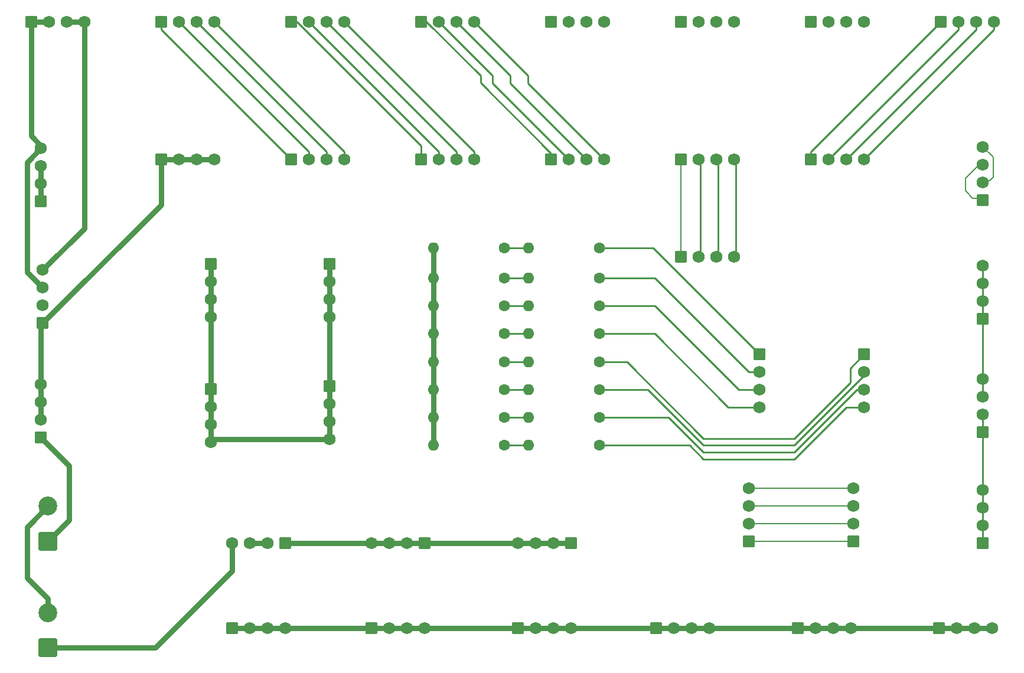
<source format=gtl>
G04 #@! TF.GenerationSoftware,KiCad,Pcbnew,9.0.0*
G04 #@! TF.CreationDate,2025-03-17T11:10:42+01:00*
G04 #@! TF.ProjectId,FBG_PCB,4642475f-5043-4422-9e6b-696361645f70,rev?*
G04 #@! TF.SameCoordinates,Original*
G04 #@! TF.FileFunction,Copper,L1,Top*
G04 #@! TF.FilePolarity,Positive*
%FSLAX46Y46*%
G04 Gerber Fmt 4.6, Leading zero omitted, Abs format (unit mm)*
G04 Created by KiCad (PCBNEW 9.0.0) date 2025-03-17 11:10:42*
%MOMM*%
%LPD*%
G01*
G04 APERTURE LIST*
G04 Aperture macros list*
%AMRoundRect*
0 Rectangle with rounded corners*
0 $1 Rounding radius*
0 $2 $3 $4 $5 $6 $7 $8 $9 X,Y pos of 4 corners*
0 Add a 4 corners polygon primitive as box body*
4,1,4,$2,$3,$4,$5,$6,$7,$8,$9,$2,$3,0*
0 Add four circle primitives for the rounded corners*
1,1,$1+$1,$2,$3*
1,1,$1+$1,$4,$5*
1,1,$1+$1,$6,$7*
1,1,$1+$1,$8,$9*
0 Add four rect primitives between the rounded corners*
20,1,$1+$1,$2,$3,$4,$5,0*
20,1,$1+$1,$4,$5,$6,$7,0*
20,1,$1+$1,$6,$7,$8,$9,0*
20,1,$1+$1,$8,$9,$2,$3,0*%
G04 Aperture macros list end*
G04 #@! TA.AperFunction,ComponentPad*
%ADD10RoundRect,0.250000X-0.620000X-0.620000X0.620000X-0.620000X0.620000X0.620000X-0.620000X0.620000X0*%
G04 #@! TD*
G04 #@! TA.AperFunction,ComponentPad*
%ADD11C,1.740000*%
G04 #@! TD*
G04 #@! TA.AperFunction,ComponentPad*
%ADD12C,1.600000*%
G04 #@! TD*
G04 #@! TA.AperFunction,ComponentPad*
%ADD13O,1.600000X1.600000*%
G04 #@! TD*
G04 #@! TA.AperFunction,ComponentPad*
%ADD14RoundRect,0.250000X0.620000X0.620000X-0.620000X0.620000X-0.620000X-0.620000X0.620000X-0.620000X0*%
G04 #@! TD*
G04 #@! TA.AperFunction,ComponentPad*
%ADD15RoundRect,0.250000X-0.620000X0.620000X-0.620000X-0.620000X0.620000X-0.620000X0.620000X0.620000X0*%
G04 #@! TD*
G04 #@! TA.AperFunction,ComponentPad*
%ADD16RoundRect,0.250001X1.099999X-1.099999X1.099999X1.099999X-1.099999X1.099999X-1.099999X-1.099999X0*%
G04 #@! TD*
G04 #@! TA.AperFunction,ComponentPad*
%ADD17C,2.700000*%
G04 #@! TD*
G04 #@! TA.AperFunction,ComponentPad*
%ADD18RoundRect,0.250000X0.620000X-0.620000X0.620000X0.620000X-0.620000X0.620000X-0.620000X-0.620000X0*%
G04 #@! TD*
G04 #@! TA.AperFunction,Conductor*
%ADD19C,0.762000*%
G04 #@! TD*
G04 #@! TA.AperFunction,Conductor*
%ADD20C,0.254000*%
G04 #@! TD*
G04 #@! TA.AperFunction,Conductor*
%ADD21C,0.200000*%
G04 #@! TD*
G04 #@! TA.AperFunction,Conductor*
%ADD22C,0.127000*%
G04 #@! TD*
G04 #@! TA.AperFunction,Conductor*
%ADD23C,0.250000*%
G04 #@! TD*
G04 APERTURE END LIST*
D10*
X291468571Y175000000D03*
D11*
X294008571Y175000000D03*
X296548571Y175000000D03*
X299088571Y175000000D03*
D10*
X291468571Y194714667D03*
D11*
X294008571Y194714667D03*
X296548571Y194714667D03*
X299088571Y194714667D03*
D12*
X303460000Y150000000D03*
D13*
X293300000Y150000000D03*
D14*
X292000000Y120000000D03*
D11*
X289460000Y120000000D03*
X286920000Y120000000D03*
X284380000Y120000000D03*
D14*
X313000000Y120000000D03*
D11*
X310460000Y120000000D03*
X307920000Y120000000D03*
X305380000Y120000000D03*
D10*
X325214000Y107750000D03*
D11*
X327754000Y107750000D03*
X330294000Y107750000D03*
X332834000Y107750000D03*
D15*
X340000000Y147080000D03*
D11*
X340000000Y144540000D03*
X340000000Y142000000D03*
X340000000Y139460000D03*
D10*
X310101429Y194714667D03*
D11*
X312641429Y194714667D03*
X315181429Y194714667D03*
X317721429Y194714667D03*
D12*
X317050000Y142000000D03*
D13*
X306890000Y142000000D03*
D10*
X328734286Y175000000D03*
D11*
X331274286Y175000000D03*
X333814286Y175000000D03*
X336354286Y175000000D03*
D12*
X303460000Y138000000D03*
D13*
X293300000Y138000000D03*
D15*
X278380000Y160000000D03*
D11*
X278380000Y157460000D03*
X278380000Y154920000D03*
X278380000Y152380000D03*
D10*
X345492000Y107750000D03*
D11*
X348032000Y107750000D03*
X350572000Y107750000D03*
X353112000Y107750000D03*
D12*
X303460000Y158000000D03*
D13*
X293300000Y158000000D03*
D16*
X238000000Y105000000D03*
D17*
X238000000Y110000000D03*
D10*
X347367143Y175000000D03*
D11*
X349907143Y175000000D03*
X352447143Y175000000D03*
X354987143Y175000000D03*
D10*
X272835714Y194714667D03*
D11*
X275375714Y194714667D03*
X277915714Y194714667D03*
X280455714Y194714667D03*
D15*
X261320000Y142080000D03*
D11*
X261320000Y139540000D03*
X261320000Y137000000D03*
X261320000Y134460000D03*
D12*
X317050000Y150000000D03*
D13*
X306890000Y150000000D03*
D16*
X238000000Y120273750D03*
D17*
X238000000Y125273750D03*
D12*
X317050000Y138000000D03*
D13*
X306890000Y138000000D03*
D10*
X254202857Y194714667D03*
D11*
X256742857Y194714667D03*
X259282857Y194714667D03*
X261822857Y194714667D03*
D10*
X310101429Y175000000D03*
D11*
X312641429Y175000000D03*
X315181429Y175000000D03*
X317721429Y175000000D03*
D18*
X372000000Y169190000D03*
D11*
X372000000Y171730000D03*
X372000000Y174270000D03*
X372000000Y176810000D03*
D12*
X303460000Y162300000D03*
D13*
X293300000Y162300000D03*
D18*
X237000000Y169000000D03*
D11*
X237000000Y171540000D03*
X237000000Y174080000D03*
X237000000Y176620000D03*
D12*
X303460000Y142000000D03*
D13*
X293300000Y142000000D03*
D18*
X372000000Y135920000D03*
D11*
X372000000Y138460000D03*
X372000000Y141000000D03*
X372000000Y143540000D03*
D10*
X347367143Y194714667D03*
D11*
X349907143Y194714667D03*
X352447143Y194714667D03*
X354987143Y194714667D03*
D10*
X305380000Y107750000D03*
D11*
X307920000Y107750000D03*
X310460000Y107750000D03*
X313000000Y107750000D03*
D10*
X328734286Y194714667D03*
D11*
X331274286Y194714667D03*
X333814286Y194714667D03*
X336354286Y194714667D03*
D10*
X366000000Y194714667D03*
D11*
X368540000Y194714667D03*
X371080000Y194714667D03*
X373620000Y194714667D03*
D10*
X365770000Y107750000D03*
D11*
X368310000Y107750000D03*
X370850000Y107750000D03*
X373390000Y107750000D03*
D12*
X303460000Y134000000D03*
D13*
X293300000Y134000000D03*
D10*
X254202857Y175000000D03*
D11*
X256742857Y175000000D03*
X259282857Y175000000D03*
X261822857Y175000000D03*
D12*
X317050000Y146000000D03*
D13*
X306890000Y146000000D03*
D18*
X338500000Y120190000D03*
D11*
X338500000Y122730000D03*
X338500000Y125270000D03*
X338500000Y127810000D03*
D18*
X237000000Y135102500D03*
D11*
X237000000Y137642500D03*
X237000000Y140182500D03*
X237000000Y142722500D03*
D10*
X235570000Y194714667D03*
D11*
X238110000Y194714667D03*
X240650000Y194714667D03*
X243190000Y194714667D03*
D10*
X264380000Y107750000D03*
D11*
X266920000Y107750000D03*
X269460000Y107750000D03*
X272000000Y107750000D03*
D10*
X328734286Y161000000D03*
D11*
X331274286Y161000000D03*
X333814286Y161000000D03*
X336354286Y161000000D03*
D12*
X317050000Y134000000D03*
D13*
X306890000Y134000000D03*
D12*
X317050000Y162300000D03*
D13*
X306890000Y162300000D03*
D15*
X355000000Y147080000D03*
D11*
X355000000Y144540000D03*
X355000000Y142000000D03*
X355000000Y139460000D03*
D12*
X317050000Y154000000D03*
D13*
X306890000Y154000000D03*
D12*
X317050000Y158000000D03*
D13*
X306890000Y158000000D03*
D18*
X372000000Y152190000D03*
D11*
X372000000Y154730000D03*
X372000000Y157270000D03*
X372000000Y159810000D03*
D12*
X303460000Y154000000D03*
D13*
X293300000Y154000000D03*
D15*
X261320000Y160000000D03*
D11*
X261320000Y157460000D03*
X261320000Y154920000D03*
X261320000Y152380000D03*
D14*
X272000000Y120000000D03*
D11*
X269460000Y120000000D03*
X266920000Y120000000D03*
X264380000Y120000000D03*
D18*
X372000000Y120000000D03*
D11*
X372000000Y122540000D03*
X372000000Y125080000D03*
X372000000Y127620000D03*
D10*
X284380000Y107750000D03*
D11*
X286920000Y107750000D03*
X289460000Y107750000D03*
X292000000Y107750000D03*
D12*
X303460000Y146000000D03*
D13*
X293300000Y146000000D03*
D18*
X353500000Y120190000D03*
D11*
X353500000Y122730000D03*
X353500000Y125270000D03*
X353500000Y127810000D03*
D18*
X237250000Y151551250D03*
D11*
X237250000Y154091250D03*
X237250000Y156631250D03*
X237250000Y159171250D03*
D15*
X278380000Y142540000D03*
D11*
X278380000Y140000000D03*
X278380000Y137460000D03*
X278380000Y134920000D03*
D10*
X272835714Y175000000D03*
D11*
X275375714Y175000000D03*
X277915714Y175000000D03*
X280455714Y175000000D03*
D19*
X235000000Y115000000D02*
X238000000Y112000000D01*
X235000000Y122273750D02*
X235000000Y115000000D01*
X238000000Y125273750D02*
X235000000Y122273750D01*
X238000000Y112000000D02*
X238000000Y110000000D01*
X254202857Y175000000D02*
X261822857Y175000000D01*
X237250000Y151551250D02*
X254202857Y168504107D01*
X254202857Y168504107D02*
X254202857Y175000000D01*
X237000000Y137642500D02*
X237000000Y151301250D01*
X237000000Y151301250D02*
X237250000Y151551250D01*
X241000000Y131102500D02*
X237000000Y135102500D01*
X241000000Y123273750D02*
X241000000Y131102500D01*
X238000000Y120273750D02*
X241000000Y123273750D01*
D20*
X299088571Y176081810D02*
X299088571Y175000000D01*
X280455714Y194714667D02*
X299088571Y176081810D01*
X296548571Y176081810D02*
X296548571Y175000000D01*
X277915714Y194714667D02*
X296548571Y176081810D01*
X294008571Y176081810D02*
X294008571Y175000000D01*
X275375714Y194714667D02*
X294008571Y176081810D01*
X273705714Y194714667D02*
X291468571Y176951810D01*
X272835714Y194714667D02*
X273705714Y194714667D01*
X291468571Y176951810D02*
X291468571Y175000000D01*
X261822857Y194714667D02*
X280455714Y176081810D01*
X280455714Y176081810D02*
X280455714Y175000000D01*
X259282857Y194714667D02*
X277915714Y176081810D01*
X277915714Y176081810D02*
X277915714Y175000000D01*
X275375714Y176081810D02*
X275375714Y175000000D01*
X256742857Y194714667D02*
X275375714Y176081810D01*
X254202857Y193632857D02*
X272835714Y175000000D01*
X254202857Y194714667D02*
X254202857Y193632857D01*
X310101429Y175898571D02*
X310101429Y175000000D01*
X300000000Y186000000D02*
X310101429Y175898571D01*
X300000000Y187000000D02*
X300000000Y186000000D01*
X292285333Y194714667D02*
X300000000Y187000000D01*
X291468571Y194714667D02*
X292285333Y194714667D01*
X301723238Y185918191D02*
X312641429Y175000000D01*
X301723238Y187000000D02*
X301723238Y185918191D01*
X304263238Y185918191D02*
X315181429Y175000000D01*
X304263238Y187000000D02*
X304263238Y185918191D01*
X306803238Y185918191D02*
X317721429Y175000000D01*
X306803238Y187000000D02*
X306803238Y185918191D01*
X347367143Y176081810D02*
X366000000Y194714667D01*
X347367143Y175000000D02*
X347367143Y176081810D01*
X368540000Y193632857D02*
X368540000Y194714667D01*
X349907143Y175000000D02*
X368540000Y193632857D01*
X371080000Y193632857D02*
X371080000Y194714667D01*
X352447143Y175000000D02*
X371080000Y193632857D01*
X373620000Y193632857D02*
X373620000Y194714667D01*
X354987143Y175000000D02*
X373620000Y193632857D01*
D21*
X328734286Y161000000D02*
X328734286Y175000000D01*
D19*
X237000000Y177000000D02*
X235570000Y178430000D01*
X237000000Y176620000D02*
X237000000Y177000000D01*
X237250000Y156631250D02*
X235000000Y158881250D01*
X235000000Y158881250D02*
X235000000Y174620000D01*
X235570000Y178430000D02*
X235570000Y194714667D01*
X238110000Y194714667D02*
X235570000Y194714667D01*
X235000000Y174620000D02*
X237000000Y176620000D01*
D20*
X340000000Y147430000D02*
X340000000Y147080000D01*
X324780000Y162300000D02*
X340000000Y147080000D01*
X317050000Y162300000D02*
X324780000Y162300000D01*
D19*
X277760000Y107750000D02*
X373390000Y107750000D01*
X264380000Y107750000D02*
X272000000Y107750000D01*
X271380000Y107750000D02*
X279000000Y107750000D01*
X293300000Y162300000D02*
X293300000Y134000000D01*
X238000000Y105000000D02*
X253380000Y105000000D01*
X264380000Y116000000D02*
X264380000Y120000000D01*
X253380000Y105000000D02*
X264380000Y116000000D01*
X237250000Y159171250D02*
X243190000Y165111250D01*
X240650000Y194714667D02*
X243190000Y194714667D01*
X243190000Y165111250D02*
X243190000Y194714667D01*
X261320000Y152380000D02*
X261320000Y142080000D01*
X261840000Y134920000D02*
X278380000Y134920000D01*
X261380000Y134460000D02*
X261840000Y134920000D01*
X237000000Y169000000D02*
X237000000Y171540000D01*
X278380000Y159620000D02*
X278380000Y134920000D01*
X237000000Y174080000D02*
X237000000Y171540000D01*
X261380000Y142080000D02*
X261380000Y134460000D01*
X261320000Y152380000D02*
X261320000Y160000000D01*
X266920000Y120000000D02*
X269460000Y120000000D01*
X307920000Y120000000D02*
X313000000Y120000000D01*
X272000000Y120000000D02*
X284380000Y120000000D01*
X282380000Y120000000D02*
X308460000Y120000000D01*
D20*
X338460000Y144540000D02*
X340000000Y144540000D01*
X325000000Y158000000D02*
X338460000Y144540000D01*
X317050000Y158000000D02*
X325000000Y158000000D01*
X325000000Y150000000D02*
X335540000Y139460000D01*
X335540000Y139460000D02*
X340000000Y139460000D01*
X317050000Y150000000D02*
X325000000Y150000000D01*
X325000000Y154000000D02*
X337000000Y142000000D01*
X337000000Y142000000D02*
X340000000Y142000000D01*
X317050000Y154000000D02*
X325000000Y154000000D01*
X324000000Y142000000D02*
X332000000Y134000000D01*
X332000000Y134000000D02*
X345000000Y134000000D01*
X355000000Y144000000D02*
X355000000Y144540000D01*
X317050000Y142000000D02*
X324000000Y142000000D01*
X345000000Y134000000D02*
X355000000Y144000000D01*
X329999999Y134000000D02*
X331999999Y132000000D01*
X331999999Y132000000D02*
X345000000Y132000000D01*
X317050000Y134000000D02*
X329999999Y134000000D01*
X352460000Y139460000D02*
X355000000Y139460000D01*
X345000000Y132000000D02*
X352460000Y139460000D01*
X321000000Y146000000D02*
X332000000Y135000000D01*
X353000000Y143000000D02*
X353000000Y145080000D01*
X317050000Y146000000D02*
X321000000Y146000000D01*
X354620000Y147080000D02*
X355000000Y147080000D01*
X345000000Y135000000D02*
X353000000Y143000000D01*
X332000000Y135000000D02*
X345000000Y135000000D01*
X353000000Y145080000D02*
X355000000Y147080000D01*
X317050000Y138000000D02*
X327000000Y138000000D01*
X332000000Y133000000D02*
X345000000Y133000000D01*
X327000000Y138000000D02*
X332000000Y133000000D01*
X354000000Y142000000D02*
X355000000Y142000000D01*
X345000000Y133000000D02*
X354000000Y142000000D01*
X303460000Y162300000D02*
X306890000Y162300000D01*
X303460000Y154000000D02*
X306890000Y154000000D01*
X303460000Y150000000D02*
X306890000Y150000000D01*
X303460000Y158000000D02*
X306890000Y158000000D01*
X303460000Y142000000D02*
X306890000Y142000000D01*
X303460000Y134000000D02*
X306890000Y134000000D01*
X303460000Y146000000D02*
X306890000Y146000000D01*
X303460000Y138000000D02*
X306890000Y138000000D01*
X294009000Y175695000D02*
X294009000Y175000000D01*
X296549000Y175695000D02*
X296549000Y175000000D01*
X294009000Y194714667D02*
X294009000Y194019667D01*
X294008571Y194714667D02*
X301723238Y187000000D01*
X299088571Y194714667D02*
X306803238Y187000000D01*
X296548571Y194714667D02*
X304263238Y187000000D01*
X299089000Y175695000D02*
X299089000Y175000000D01*
X372000000Y127620000D02*
X372000000Y138460000D01*
X372000000Y120000000D02*
X372000000Y127620000D01*
X372000000Y141000000D02*
X372000000Y159810000D01*
D22*
X373510000Y175330000D02*
X373510000Y172510000D01*
X373510000Y172510000D02*
X373000000Y172000000D01*
X371760000Y177080000D02*
X373510000Y175330000D01*
X373000000Y172000000D02*
X371760000Y172000000D01*
X369510000Y172290000D02*
X371760000Y174540000D01*
X371760000Y169460000D02*
X370560000Y169460000D01*
X370560000Y169460000D02*
X369510000Y170510000D01*
X369510000Y170510000D02*
X369510000Y172290000D01*
D20*
X334037933Y175000000D02*
X334037933Y160867933D01*
D22*
X334037933Y160867933D02*
X333920000Y160750000D01*
X331497933Y160867933D02*
X331380000Y160750000D01*
D23*
X331497933Y175000000D02*
X331497933Y160867933D01*
D22*
X336577933Y160867933D02*
X336460000Y160750000D01*
D20*
X336577933Y175000000D02*
X336577933Y160867933D01*
D21*
X353500000Y127810000D02*
X338250000Y127810000D01*
X353500000Y120190000D02*
X338250000Y120190000D01*
X353500000Y125270000D02*
X338250000Y125270000D01*
X353500000Y122730000D02*
X338250000Y122730000D01*
M02*

</source>
